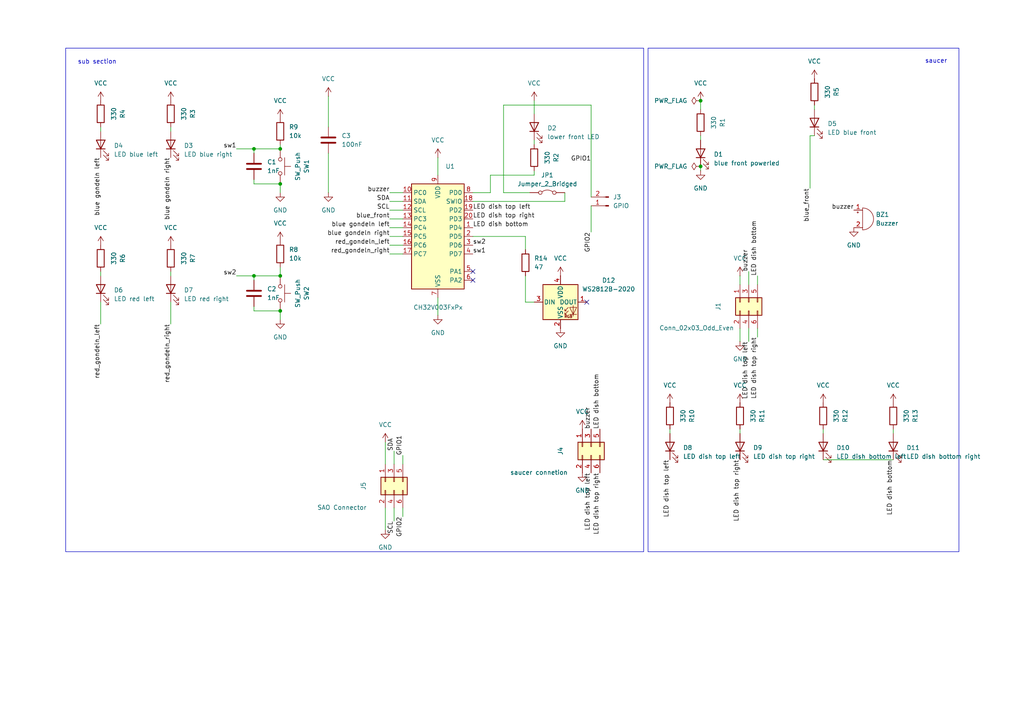
<source format=kicad_sch>
(kicad_sch (version 20231120) (generator "eeschema") (generator_version "8.0")
  (paper "A4")
  (lib_symbols
    (symbol "Connector:Conn_01x02_Pin" (pin_names (offset 1.016) hide)
      (property "Reference" "J" (at 0 2.54 0))
      (property "Value" "Conn_01x02_Pin" (at 0 -5.08 0))
      (symbol "Conn_01x02_Pin_1_1"
        (polyline (pts (xy 1.27 -2.54) (xy 0.8636 -2.54)) (stroke (width 0.1524)))
        (polyline (pts (xy 1.27 0) (xy 0.8636 0)) (stroke (width 0.1524)))
        (rectangle (start 0.8636 -2.413) (end 0 -2.667) (stroke (width 0.1524)) (fill (type outline)))
        (rectangle (start 0.8636 0.127) (end 0 -0.127) (stroke (width 0.1524)) (fill (type outline)))
        (pin passive line (at 5.08 0 180) (length 3.81) (name "Pin_1") (number "1"))
        (pin passive line (at 5.08 -2.54 180) (length 3.81) (name "Pin_2") (number "2"))
      )
    )
    (symbol "Connector_Generic:Conn_02x03_Odd_Even" (pin_names (offset 1.016) hide)
      (property "Reference" "J" (at 1.27 5.08 0))
      (property "Value" "Conn_02x03_Odd_Even" (at 1.27 -5.08 0))
      (symbol "Conn_02x03_Odd_Even_1_1"
        (rectangle (start -1.27 -2.413) (end 0 -2.667) (stroke (width 0.1524)))
        (rectangle (start -1.27 0.127) (end 0 -0.127) (stroke (width 0.1524)))
        (rectangle (start -1.27 2.667) (end 0 2.413) (stroke (width 0.1524)))
        (rectangle (start -1.27 3.81) (end 3.81 -3.81) (stroke (width 0.254)) (fill (type background)))
        (rectangle (start 3.81 -2.413) (end 2.54 -2.667) (stroke (width 0.1524)))
        (rectangle (start 3.81 0.127) (end 2.54 -0.127) (stroke (width 0.1524)))
        (rectangle (start 3.81 2.667) (end 2.54 2.413) (stroke (width 0.1524)))
        (pin passive line (at -5.08 2.54 0) (length 3.81) (name "Pin_1") (number "1"))
        (pin passive line (at 7.62 2.54 180) (length 3.81) (name "Pin_2") (number "2"))
        (pin passive line (at -5.08 0 0) (length 3.81) (name "Pin_3") (number "3"))
        (pin passive line (at 7.62 0 180) (length 3.81) (name "Pin_4") (number "4"))
        (pin passive line (at -5.08 -2.54 0) (length 3.81) (name "Pin_5") (number "5"))
        (pin passive line (at 7.62 -2.54 180) (length 3.81) (name "Pin_6") (number "6"))
      )
    )
    (symbol "Device:Buzzer" (pin_names (offset 0.0254) hide)
      (property "Reference" "BZ" (at 3.81 1.27 0))
      (property "Value" "Buzzer" (at 3.81 -1.27 0))
      (symbol "Buzzer_0_1"
        (arc (start 0 -3.175) (mid 3.1612 0) (end 0 3.175))
        (polyline (pts (xy -1.651 1.905) (xy -1.143 1.905)))
        (polyline (pts (xy -1.397 2.159) (xy -1.397 1.651)))
        (polyline (pts (xy 0 3.175) (xy 0 -3.175)))
      )
      (symbol "Buzzer_1_1"
        (pin passive line (at -2.54 2.54 0) (length 2.54) (name "+") (number "1"))
        (pin passive line (at -2.54 -2.54 0) (length 2.54) (name "-") (number "2"))
      )
    )
    (symbol "Device:C" (pin_numbers hide) (pin_names (offset 0.254))
      (property "Reference" "C" (at 0.635 2.54 0))
      (property "Value" "C" (at 0.635 -2.54 0))
      (symbol "C_0_1"
        (polyline (pts (xy -2.032 -0.762) (xy 2.032 -0.762)) (stroke (width 0.508)))
        (polyline (pts (xy -2.032 0.762) (xy 2.032 0.762)) (stroke (width 0.508)))
      )
      (symbol "C_1_1"
        (pin passive line (at 0 3.81 270) (length 2.794) (name "~") (number "1"))
        (pin passive line (at 0 -3.81 90) (length 2.794) (name "~") (number "2"))
      )
    )
    (symbol "Device:LED" (pin_numbers hide) (pin_names (offset 1.016) hide)
      (property "Reference" "D" (at 0 2.54 0))
      (property "Value" "LED" (at 0 -2.54 0))
      (symbol "LED_0_1"
        (polyline (pts (xy -1.27 -1.27) (xy -1.27 1.27)) (stroke (width 0.254)))
        (polyline (pts (xy -1.27 0) (xy 1.27 0)))
        (polyline (pts (xy 1.27 -1.27) (xy 1.27 1.27) (xy -1.27 0) (xy 1.27 -1.27)) (stroke (width 0.254)))
        (polyline (pts (xy -3.048 -0.762) (xy -4.572 -2.286) (xy -3.81 -2.286) (xy -4.572 -2.286) (xy -4.572 -1.524)))
        (polyline (pts (xy -1.778 -0.762) (xy -3.302 -2.286) (xy -2.54 -2.286) (xy -3.302 -2.286) (xy -3.302 -1.524)))
      )
      (symbol "LED_1_1"
        (pin passive line (at -3.81 0 0) (length 2.54) (name "K") (number "1"))
        (pin passive line (at 3.81 0 180) (length 2.54) (name "A") (number "2"))
      )
    )
    (symbol "Device:R" (pin_numbers hide) (pin_names (offset 0))
      (property "Reference" "R" (at 2.032 0 90))
      (property "Value" "R" (at 0 0 90))
      (symbol "R_0_1"
        (rectangle (start -1.016 -2.54) (end 1.016 2.54) (stroke (width 0.254)))
      )
      (symbol "R_1_1"
        (pin passive line (at 0 3.81 270) (length 1.27) (name "~") (number "1"))
        (pin passive line (at 0 -3.81 90) (length 1.27) (name "~") (number "2"))
      )
    )
    (symbol "Jumper:Jumper_2_Bridged" (pin_numbers hide) (pin_names (offset 0) hide) (exclude_from_sim yes)
      (property "Reference" "JP" (at 0 1.905 0))
      (property "Value" "Jumper_2_Bridged" (at 0 -2.54 0))
      (symbol "Jumper_2_Bridged_0_0"
        (circle (center -2.032 0) (radius 0.508))
        (circle (center 2.032 0) (radius 0.508))
      )
      (symbol "Jumper_2_Bridged_0_1"
        (arc (start 1.524 0.254) (mid 0 0.762) (end -1.524 0.254))
      )
      (symbol "Jumper_2_Bridged_1_1"
        (pin passive line (at -5.08 0 0) (length 2.54) (name "A") (number "1"))
        (pin passive line (at 5.08 0 180) (length 2.54) (name "B") (number "2"))
      )
    )
    (symbol "LED:WS2812B-2020" (pin_names (offset 0.254))
      (property "Reference" "D" (at 5.08 5.715 0))
      (property "Value" "WS2812B-2020" (at 1.27 -5.715 0))
      (symbol "WS2812B-2020_0_0"
        (text "RGB" (at 2.286 -4.191 0) (effects (font (size 0.762 0.762))))
      )
      (symbol "WS2812B-2020_0_1"
        (polyline (pts (xy 1.27 -3.556) (xy 1.778 -3.556)))
        (polyline (pts (xy 1.27 -2.54) (xy 1.778 -2.54)))
        (polyline (pts (xy 4.699 -3.556) (xy 2.667 -3.556)))
        (polyline (pts (xy 2.286 -2.54) (xy 1.27 -3.556) (xy 1.27 -3.048)))
        (polyline (pts (xy 2.286 -1.524) (xy 1.27 -2.54) (xy 1.27 -2.032)))
        (polyline (pts (xy 3.683 -1.016) (xy 3.683 -3.556) (xy 3.683 -4.064)))
        (polyline (pts (xy 4.699 -1.524) (xy 2.667 -1.524) (xy 3.683 -3.556) (xy 4.699 -1.524)))
        (rectangle (start 5.08 5.08) (end -5.08 -5.08) (stroke (width 0.254)) (fill (type background)))
      )
      (symbol "WS2812B-2020_1_1"
        (pin output line (at 7.62 0 180) (length 2.54) (name "DOUT") (number "1"))
        (pin power_in line (at 0 -7.62 90) (length 2.54) (name "VSS") (number "2"))
        (pin input line (at -7.62 0 0) (length 2.54) (name "DIN") (number "3"))
        (pin power_in line (at 0 7.62 270) (length 2.54) (name "VDD") (number "4"))
      )
    )
    (symbol "MCU_WCH_CH32V0:CH32V003FxPx"
      (property "Reference" "U" (at -7.62 17.78 0))
      (property "Value" "CH32V003FxPx" (at 7.62 17.78 0))
      (symbol "CH32V003FxPx_1_1"
        (rectangle (start -7.62 15.24) (end 7.62 -15.24) (stroke (width 0.254)) (fill (type background)))
        (pin bidirectional line (at 10.16 2.54 180) (length 2.54) (name "PD4") (number "1"))
        (pin bidirectional line (at -10.16 12.7 0) (length 2.54) (name "PC0") (number "10"))
        (pin bidirectional line (at -10.16 10.16 0) (length 2.54) (name "PC1") (number "11") (alternate "SDA" bidirectional line))
        (pin bidirectional line (at -10.16 7.62 0) (length 2.54) (name "PC2") (number "12") (alternate "SCL" bidirectional line))
        (pin bidirectional line (at -10.16 5.08 0) (length 2.54) (name "PC3") (number "13"))
        (pin bidirectional line (at -10.16 2.54 0) (length 2.54) (name "PC4") (number "14"))
        (pin bidirectional line (at -10.16 0 0) (length 2.54) (name "PC5") (number "15"))
        (pin bidirectional line (at -10.16 -2.54 0) (length 2.54) (name "PC6") (number "16"))
        (pin bidirectional line (at -10.16 -5.08 0) (length 2.54) (name "PC7") (number "17"))
        (pin bidirectional line (at 10.16 10.16 180) (length 2.54) (name "PD1") (number "18") (alternate "SWIO" bidirectional line))
        (pin bidirectional line (at 10.16 7.62 180) (length 2.54) (name "PD2") (number "19"))
        (pin bidirectional line (at 10.16 0 180) (length 2.54) (name "PD5") (number "2"))
        (pin bidirectional line (at 10.16 5.08 180) (length 2.54) (name "PD3") (number "20"))
        (pin bidirectional line (at 10.16 -2.54 180) (length 2.54) (name "PD6") (number "3"))
        (pin bidirectional line (at 10.16 -5.08 180) (length 2.54) (name "PD7") (number "4"))
        (pin bidirectional line (at 10.16 -10.16 180) (length 2.54) (name "PA1") (number "5"))
        (pin bidirectional line (at 10.16 -12.7 180) (length 2.54) (name "PA2") (number "6"))
        (pin power_in line (at 0 -17.78 90) (length 2.54) (name "VSS") (number "7"))
        (pin bidirectional line (at 10.16 12.7 180) (length 2.54) (name "PD0") (number "8"))
        (pin power_in line (at 0 17.78 270) (length 2.54) (name "VDD") (number "9"))
      )
    )
    (symbol "Switch:SW_Push" (pin_numbers hide) (pin_names (offset 1.016) hide)
      (property "Reference" "SW" (at 1.27 2.54 0))
      (property "Value" "SW_Push" (at 0 -1.524 0))
      (symbol "SW_Push_0_1"
        (circle (center -2.032 0) (radius 0.508))
        (polyline (pts (xy 0 1.27) (xy 0 3.048)))
        (polyline (pts (xy 2.54 1.27) (xy -2.54 1.27)))
        (circle (center 2.032 0) (radius 0.508))
        (pin passive line (at -5.08 0 0) (length 2.54) (name "1") (number "1"))
        (pin passive line (at 5.08 0 180) (length 2.54) (name "2") (number "2"))
      )
    )
    (symbol "power:GND" (power) (pin_numbers hide) (pin_names (offset 0) hide)
      (property "Value" "GND" (at 0 -3.81 0))
      (symbol "GND_0_1"
        (polyline (pts (xy 0 0) (xy 0 -1.27) (xy 1.27 -1.27) (xy 0 -2.54) (xy -1.27 -1.27) (xy 0 -1.27)))
      )
      (symbol "GND_1_1"
        (pin power_in line (at 0 0 270) (length 0) (name "~") (number "1"))
      )
    )
    (symbol "power:PWR_FLAG" (power) (pin_numbers hide) (pin_names (offset 0) hide)
      (property "Value" "PWR_FLAG" (at 0 3.81 0))
      (symbol "PWR_FLAG_0_0"
        (pin power_out line (at 0 0 90) (length 0) (name "~") (number "1"))
      )
      (symbol "PWR_FLAG_0_1"
        (polyline (pts (xy 0 0) (xy 0 1.27) (xy -1.016 1.905) (xy 0 2.54) (xy 1.016 1.905) (xy 0 1.27)))
      )
    )
    (symbol "power:VCC" (power) (pin_numbers hide) (pin_names (offset 0) hide)
      (property "Value" "VCC" (at 0 3.556 0))
      (symbol "VCC_0_1"
        (polyline (pts (xy -0.762 1.27) (xy 0 2.54)))
        (polyline (pts (xy 0 0) (xy 0 2.54)))
        (polyline (pts (xy 0 2.54) (xy 0.762 1.27)))
      )
      (symbol "VCC_1_1"
        (pin power_in line (at 0 0 90) (length 0) (name "~") (number "1"))
      )
    )
  )
  (junction (at 81.28 43.18))
  (junction (at 203.2 48.26))
  (junction (at 81.28 90.17))
  (junction (at 73.66 80.01))
  (junction (at 81.28 80.01))
  (junction (at 81.28 53.34))
  (junction (at 73.66 43.18))
  (junction (at 203.2 29.21))
  (no_connect (at 137.16 78.74))
  (no_connect (at 137.16 81.28))
  (no_connect (at 170.18 87.63))
  (wire (pts (xy 81.28 41.91) (xy 81.28 43.18)))
  (wire (pts (xy 113.03 55.88) (xy 116.84 55.88)))
  (wire (pts (xy 203.2 29.21) (xy 203.2 31.75)))
  (wire (pts (xy 73.66 88.9) (xy 73.66 90.17)))
  (wire (pts (xy 73.66 80.01) (xy 81.28 80.01)))
  (wire (pts (xy 214.63 80.01) (xy 214.63 82.55)))
  (wire (pts (xy 29.21 93.98) (xy 29.21 87.63)))
  (wire (pts (xy 49.53 93.98) (xy 49.53 87.63)))
  (wire (pts (xy 236.22 39.37) (xy 234.95 39.37)))
  (wire (pts (xy 114.3 151.13) (xy 114.3 147.32)))
  (wire (pts (xy 137.16 58.42) (xy 163.83 58.42)))
  (wire (pts (xy 238.76 133.35) (xy 259.08 133.35)))
  (wire (pts (xy 95.25 44.45) (xy 95.25 55.88)))
  (wire (pts (xy 116.84 149.86) (xy 116.84 147.32)))
  (wire (pts (xy 219.71 97.79) (xy 219.71 95.25)))
  (wire (pts (xy 154.94 29.21) (xy 154.94 33.02)))
  (wire (pts (xy 142.24 50.8) (xy 142.24 55.88)))
  (wire (pts (xy 238.76 124.46) (xy 238.76 125.73)))
  (wire (pts (xy 137.16 68.58) (xy 152.4 68.58)))
  (wire (pts (xy 171.45 30.48) (xy 146.05 30.48)))
  (wire (pts (xy 154.94 50.8) (xy 142.24 50.8)))
  (wire (pts (xy 68.58 80.01) (xy 73.66 80.01)))
  (wire (pts (xy 73.66 53.34) (xy 81.28 53.34)))
  (wire (pts (xy 29.21 78.74) (xy 29.21 80.01)))
  (wire (pts (xy 113.03 63.5) (xy 116.84 63.5)))
  (wire (pts (xy 217.17 99.06) (xy 217.17 95.25)))
  (wire (pts (xy 146.05 55.88) (xy 153.67 55.88)))
  (wire (pts (xy 113.03 60.96) (xy 116.84 60.96)))
  (wire (pts (xy 146.05 30.48) (xy 146.05 55.88)))
  (wire (pts (xy 163.83 58.42) (xy 163.83 55.88)))
  (wire (pts (xy 259.08 124.46) (xy 259.08 125.73)))
  (wire (pts (xy 219.71 80.01) (xy 219.71 82.55)))
  (wire (pts (xy 29.21 36.83) (xy 29.21 38.1)))
  (wire (pts (xy 49.53 78.74) (xy 49.53 80.01)))
  (wire (pts (xy 113.03 73.66) (xy 116.84 73.66)))
  (wire (pts (xy 73.66 52.07) (xy 73.66 53.34)))
  (wire (pts (xy 171.45 59.69) (xy 171.45 67.31)))
  (wire (pts (xy 111.76 147.32) (xy 111.76 153.67)))
  (wire (pts (xy 152.4 80.01) (xy 152.4 87.63)))
  (wire (pts (xy 113.03 58.42) (xy 116.84 58.42)))
  (wire (pts (xy 73.66 43.18) (xy 81.28 43.18)))
  (wire (pts (xy 81.28 77.47) (xy 81.28 80.01)))
  (wire (pts (xy 217.17 78.74) (xy 217.17 82.55)))
  (wire (pts (xy 73.66 81.28) (xy 73.66 80.01)))
  (wire (pts (xy 73.66 90.17) (xy 81.28 90.17)))
  (wire (pts (xy 113.03 71.12) (xy 116.84 71.12)))
  (wire (pts (xy 203.2 39.37) (xy 203.2 40.64)))
  (wire (pts (xy 234.95 39.37) (xy 234.95 54.61)))
  (wire (pts (xy 127 45.72) (xy 127 50.8)))
  (wire (pts (xy 142.24 55.88) (xy 137.16 55.88)))
  (wire (pts (xy 81.28 55.88) (xy 81.28 53.34)))
  (wire (pts (xy 68.58 43.18) (xy 73.66 43.18)))
  (wire (pts (xy 236.22 30.48) (xy 236.22 31.75)))
  (wire (pts (xy 214.63 124.46) (xy 214.63 125.73)))
  (wire (pts (xy 154.94 50.8) (xy 154.94 49.53)))
  (wire (pts (xy 152.4 87.63) (xy 154.94 87.63)))
  (wire (pts (xy 194.31 124.46) (xy 194.31 125.73)))
  (wire (pts (xy 113.03 68.58) (xy 116.84 68.58)))
  (wire (pts (xy 203.2 49.53) (xy 203.2 48.26)))
  (wire (pts (xy 116.84 132.08) (xy 116.84 134.62)))
  (wire (pts (xy 81.28 92.71) (xy 81.28 90.17)))
  (wire (pts (xy 127 91.44) (xy 127 86.36)))
  (wire (pts (xy 73.66 44.45) (xy 73.66 43.18)))
  (wire (pts (xy 154.94 40.64) (xy 154.94 41.91)))
  (wire (pts (xy 152.4 72.39) (xy 152.4 68.58)))
  (wire (pts (xy 214.63 95.25) (xy 214.63 99.06)))
  (wire (pts (xy 49.53 36.83) (xy 49.53 38.1)))
  (wire (pts (xy 113.03 66.04) (xy 116.84 66.04)))
  (wire (pts (xy 114.3 130.81) (xy 114.3 134.62)))
  (wire (pts (xy 95.25 27.94) (xy 95.25 36.83)))
  (wire (pts (xy 171.45 30.48) (xy 171.45 57.15)))
  (wire (pts (xy 111.76 128.27) (xy 111.76 134.62)))
  (rectangle (start 19.05 13.97) (end 186.69 160.02))
  (rectangle (start 187.96 13.97) (end 278.13 160.02))
  (text "saucer" (at 271.526 17.78 0) (effects (font (size 1.27 1.27))))
  (text "sub section" (at 28.194 18.034 0) (effects (font (size 1.27 1.27))))
  (label "sw1" (at 68.58 43.18 180))
  (label "LED dish bottom" (at 137.16 66.04 0))
  (label "buzzer" (at 171.45 124.46 90))
  (label "sw2" (at 137.16 71.12 0))
  (label "blue_front" (at 234.95 54.61 270))
  (label "buzzer" (at 247.65 60.96 180))
  (label "sw2" (at 68.58 80.01 180))
  (label "LED dish bottom" (at 259.08 133.35 270))
  (label "red_gondeln_left" (at 113.03 71.12 180))
  (label "LED dish top left" (at 217.17 99.06 270))
  (label "LED dish top left" (at 194.31 133.35 270))
  (label "buzzer" (at 113.03 55.88 180))
  (label "blue gondeln right" (at 49.53 45.72 270))
  (label "GPIO2" (at 171.45 67.31 270))
  (label "LED dish top right" (at 137.16 63.5 0))
  (label "LED dish bottom" (at 173.99 124.46 90))
  (label "SCL" (at 114.3 151.13 270))
  (label "LED dish bottom" (at 219.71 80.01 90))
  (label "SDA" (at 113.03 58.42 180))
  (label "GPIO2" (at 116.84 149.86 270))
  (label "LED dish top right" (at 219.71 97.79 270))
  (label "blue gondeln left" (at 29.21 45.72 270))
  (label "blue gondeln left" (at 113.03 66.04 180))
  (label "sw1" (at 137.16 73.66 0))
  (label "LED dish top right" (at 173.99 137.16 270))
  (label "buzzer" (at 217.17 78.74 90))
  (label "SCL" (at 113.03 60.96 180))
  (label "LED dish top left" (at 137.16 60.96 0))
  (label "GPIO1" (at 116.84 132.08 90))
  (label "red_gondeln_right" (at 113.03 73.66 180))
  (label "red_gondeln_right" (at 49.53 93.98 270))
  (label "LED dish top right" (at 214.63 133.35 270))
  (label "red_gondeln_left" (at 29.21 93.98 270))
  (label "LED dish top left" (at 171.45 137.16 270))
  (label "blue_front" (at 113.03 63.5 180))
  (label "GPIO1" (at 171.45 46.99 180))
  (label "blue gondeln right" (at 113.03 68.58 180))
  (label "SDA" (at 114.3 130.81 90))
  (symbol (lib_id "Connector_Generic:Conn_02x03_Odd_Even") (at 217.17 87.63 90) (mirror x) (unit 1)
    (property "Reference" "J1" (at 208.28 88.9 0))
    (property "Value" "Conn_02x03_Odd_Even" (at 202.057 95.123 90))
    (property "Footprint" "Connector_PinHeader_2.54mm:PinHeader_2x03_P2.54mm_Vertical" (effects (hide yes)))
    (property "Description" "Generic connector, double row, 02x03, odd/even pin numbering scheme (row 1 odd numbers, row 2 even numbers), script generated (kicad-library-utils/schlib/autogen/connector/)" (effects (hide yes)))
  )
  (symbol (lib_id "power:VCC") (at 154.94 29.21 0) (unit 1)
    (property "Reference" "#PWR07" (effects (hide yes)))
    (property "Value" "VCC" (at 154.94 24.13 0))
    (property "Description" "Power symbol creates a global label with name \"VCC\"" (effects (hide yes)))
  )
  (symbol (lib_id "Device:LED") (at 259.08 129.54 90) (unit 1)
    (property "Reference" "D11" (at 262.89 129.8574 90) (effects (justify right)))
    (property "Value" "LED dish bottom right" (at 262.89 132.3974 90) (effects (justify right)))
    (property "Footprint" "LED_SMD:LED_0603_1608Metric_Pad1.05x0.95mm_HandSolder" (effects (hide yes)))
    (property "Description" "Light emitting diode" (effects (hide yes)))
  )
  (symbol (lib_id "Device:R") (at 154.94 45.72 0) (unit 1)
    (property "Reference" "R2" (at 161.29 45.72 90))
    (property "Value" "330" (at 158.75 45.72 90))
    (property "Footprint" "Resistor_SMD:R_0603_1608Metric_Pad0.98x0.95mm_HandSolder" (effects (hide yes)))
    (property "Description" "Resistor" (effects (hide yes)))
  )
  (symbol (lib_id "power:GND") (at 81.28 55.88 0) (unit 1)
    (property "Reference" "#PWR019" (effects (hide yes)))
    (property "Value" "GND" (at 81.28 60.96 0))
    (property "Description" "Power symbol creates a global label with name \"GND\" , ground" (effects (hide yes)))
  )
  (symbol (lib_id "power:PWR_FLAG") (at 203.2 48.26 90) (unit 1)
    (property "Reference" "#FLG02" (effects (hide yes)))
    (property "Value" "PWR_FLAG" (at 199.39 48.2599 90) (effects (justify left)))
    (property "Description" "Special symbol for telling ERC where power comes from" (effects (hide yes)))
  )
  (symbol (lib_id "Device:LED") (at 49.53 41.91 90) (unit 1)
    (property "Reference" "D3" (at 53.34 42.2274 90) (effects (justify right)))
    (property "Value" "LED blue right" (at 53.34 44.7674 90) (effects (justify right)))
    (property "Footprint" "LED_SMD:LED_0603_1608Metric_Pad1.05x0.95mm_HandSolder" (effects (hide yes)))
    (property "Description" "Light emitting diode" (effects (hide yes)))
  )
  (symbol (lib_id "Device:Buzzer") (at 250.19 63.5 0) (unit 1)
    (property "Reference" "BZ1" (at 254 62.2299 0) (effects (justify left)))
    (property "Value" "Buzzer" (at 254 64.7699 0) (effects (justify left)))
    (property "Footprint" "Buzzer_Beeper:Buzzer_12x9.5RM7.6" (effects (hide yes)))
    (property "Description" "Buzzer, polarized" (effects (hide yes)))
  )
  (symbol (lib_id "Device:R") (at 152.4 76.2 0) (unit 1)
    (property "Reference" "R14" (at 154.94 74.9299 0) (effects (justify left)))
    (property "Value" "47" (at 154.94 77.4699 0) (effects (justify left)))
    (property "Footprint" "Resistor_SMD:R_0603_1608Metric_Pad0.98x0.95mm_HandSolder" (effects (hide yes)))
    (property "Description" "Resistor" (effects (hide yes)))
  )
  (symbol (lib_id "Device:LED") (at 203.2 44.45 90) (unit 1)
    (property "Reference" "D1" (at 207.01 44.7674 90) (effects (justify right)))
    (property "Value" "blue front powerled" (at 207.01 47.3074 90) (effects (justify right)))
    (property "Footprint" "LED_SMD:LED_0603_1608Metric_Pad1.05x0.95mm_HandSolder" (effects (hide yes)))
    (property "Description" "Light emitting diode" (effects (hide yes)))
  )
  (symbol (lib_id "Device:R") (at 49.53 33.02 0) (unit 1)
    (property "Reference" "R3" (at 55.88 33.02 90))
    (property "Value" "330" (at 53.34 33.02 90))
    (property "Footprint" "Resistor_SMD:R_0603_1608Metric_Pad0.98x0.95mm_HandSolder" (effects (hide yes)))
    (property "Description" "Resistor" (effects (hide yes)))
  )
  (symbol (lib_id "power:GND") (at 214.63 99.06 0) (mirror y) (unit 1)
    (property "Reference" "#PWR02" (effects (hide yes)))
    (property "Value" "GND" (at 214.63 104.14 0))
    (property "Description" "Power symbol creates a global label with name \"GND\" , ground" (effects (hide yes)))
  )
  (symbol (lib_id "power:GND") (at 168.91 137.16 0) (mirror y) (unit 1)
    (property "Reference" "#PWR08" (effects (hide yes)))
    (property "Value" "GND" (at 168.91 142.24 0))
    (property "Description" "Power symbol creates a global label with name \"GND\" , ground" (effects (hide yes)))
  )
  (symbol (lib_id "power:GND") (at 203.2 49.53 0) (unit 1)
    (property "Reference" "#PWR01" (effects (hide yes)))
    (property "Value" "GND" (at 203.2 54.61 0))
    (property "Description" "Power symbol creates a global label with name \"GND\" , ground" (effects (hide yes)))
  )
  (symbol (lib_id "power:VCC") (at 81.28 34.29 0) (unit 1)
    (property "Reference" "#PWR021" (effects (hide yes)))
    (property "Value" "VCC" (at 81.28 29.21 0))
    (property "Description" "Power symbol creates a global label with name \"VCC\"" (effects (hide yes)))
  )
  (symbol (lib_id "power:GND") (at 247.65 66.04 0) (unit 1)
    (property "Reference" "#PWR017" (effects (hide yes)))
    (property "Value" "GND" (at 247.65 71.12 0))
    (property "Description" "Power symbol creates a global label with name \"GND\" , ground" (effects (hide yes)))
  )
  (symbol (lib_id "Device:R") (at 81.28 73.66 0) (unit 1)
    (property "Reference" "R8" (at 83.82 72.3899 0) (effects (justify left)))
    (property "Value" "10k" (at 83.82 74.9299 0) (effects (justify left)))
    (property "Footprint" "Resistor_SMD:R_0603_1608Metric_Pad0.98x0.95mm_HandSolder" (effects (hide yes)))
    (property "Description" "Resistor" (effects (hide yes)))
  )
  (symbol (lib_id "Device:R") (at 29.21 74.93 0) (unit 1)
    (property "Reference" "R6" (at 35.56 74.93 90))
    (property "Value" "330" (at 33.02 74.93 90))
    (property "Footprint" "Resistor_SMD:R_0603_1608Metric_Pad0.98x0.95mm_HandSolder" (effects (hide yes)))
    (property "Description" "Resistor" (effects (hide yes)))
  )
  (symbol (lib_id "power:VCC") (at 81.28 69.85 0) (unit 1)
    (property "Reference" "#PWR020" (effects (hide yes)))
    (property "Value" "VCC" (at 81.28 64.77 0))
    (property "Description" "Power symbol creates a global label with name \"VCC\"" (effects (hide yes)))
  )
  (symbol (lib_id "power:VCC") (at 29.21 29.21 0) (unit 1)
    (property "Reference" "#PWR014" (effects (hide yes)))
    (property "Value" "VCC" (at 29.21 24.13 0))
    (property "Description" "Power symbol creates a global label with name \"VCC\"" (effects (hide yes)))
  )
  (symbol (lib_id "Device:LED") (at 154.94 36.83 90) (unit 1)
    (property "Reference" "D2" (at 158.75 37.1474 90) (effects (justify right)))
    (property "Value" "lower front LED" (at 158.75 39.6874 90) (effects (justify right)))
    (property "Footprint" "LED_SMD:LED_0603_1608Metric_Pad1.05x0.95mm_HandSolder" (effects (hide yes)))
    (property "Description" "Light emitting diode" (effects (hide yes)))
  )
  (symbol (lib_id "Device:R") (at 29.21 33.02 0) (unit 1)
    (property "Reference" "R4" (at 35.56 33.02 90))
    (property "Value" "330" (at 33.02 33.02 90))
    (property "Footprint" "Resistor_SMD:R_0603_1608Metric_Pad0.98x0.95mm_HandSolder" (effects (hide yes)))
    (property "Description" "Resistor" (effects (hide yes)))
  )
  (symbol (lib_id "power:VCC") (at 259.08 116.84 0) (unit 1)
    (property "Reference" "#PWR025" (effects (hide yes)))
    (property "Value" "VCC" (at 259.08 111.76 0))
    (property "Description" "Power symbol creates a global label with name \"VCC\"" (effects (hide yes)))
  )
  (symbol (lib_id "Connector_Generic:Conn_02x03_Odd_Even") (at 114.3 139.7 90) (mirror x) (unit 1)
    (property "Reference" "J5" (at 105.41 140.97 0))
    (property "Value" "SAO Connector" (at 99.187 147.193 90))
    (property "Footprint" "Connector_PinHeader_2.54mm:PinHeader_2x03_P2.54mm_Vertical" (effects (hide yes)))
    (property "Description" "Generic connector, double row, 02x03, odd/even pin numbering scheme (row 1 odd numbers, row 2 even numbers), script generated (kicad-library-utils/schlib/autogen/connector/)" (effects (hide yes)))
  )
  (symbol (lib_id "Device:C") (at 73.66 48.26 0) (unit 1)
    (property "Reference" "C1" (at 77.47 46.9899 0) (effects (justify left)))
    (property "Value" "1nF" (at 77.47 49.5299 0) (effects (justify left)))
    (property "Footprint" "Capacitor_SMD:C_0603_1608Metric_Pad1.08x0.95mm_HandSolder" (effects (hide yes)))
    (property "Description" "Unpolarized capacitor" (effects (hide yes)))
  )
  (symbol (lib_id "power:GND") (at 95.25 55.88 0) (unit 1)
    (property "Reference" "#PWR026" (effects (hide yes)))
    (property "Value" "GND" (at 95.25 60.96 0))
    (property "Description" "Power symbol creates a global label with name \"GND\" , ground" (effects (hide yes)))
  )
  (symbol (lib_id "Device:R") (at 236.22 26.67 0) (unit 1)
    (property "Reference" "R5" (at 242.57 26.67 90))
    (property "Value" "330" (at 240.03 26.67 90))
    (property "Footprint" "Resistor_SMD:R_0603_1608Metric_Pad0.98x0.95mm_HandSolder" (effects (hide yes)))
    (property "Description" "Resistor" (effects (hide yes)))
  )
  (symbol (lib_id "Device:R") (at 203.2 35.56 0) (unit 1)
    (property "Reference" "R1" (at 209.55 35.56 90))
    (property "Value" "330" (at 207.01 35.56 90))
    (property "Footprint" "Resistor_SMD:R_0603_1608Metric_Pad0.98x0.95mm_HandSolder" (effects (hide yes)))
    (property "Description" "Resistor" (effects (hide yes)))
  )
  (symbol (lib_id "LED:WS2812B-2020") (at 162.56 87.63 0) (unit 1)
    (property "Reference" "D12" (at 176.53 81.3114 0))
    (property "Value" "WS2812B-2020" (at 176.53 83.8514 0))
    (property "Footprint" "LED_SMD:LED_WS2812B-2020_PLCC4_2.0x2.0mm" (effects (hide yes)))
    (property "Datasheet" "https://cdn-shop.adafruit.com/product-files/4684/4684_WS2812B-2020_V1.3_EN.pdf" (effects (hide yes)))
    (property "Description" "RGB LED with integrated controller, 2.0 x 2.0 mm, 12 mA" (effects (hide yes)))
  )
  (symbol (lib_id "power:VCC") (at 95.25 27.94 0) (unit 1)
    (property "Reference" "#PWR027" (effects (hide yes)))
    (property "Value" "VCC" (at 95.25 22.86 0))
    (property "Description" "Power symbol creates a global label with name \"VCC\"" (effects (hide yes)))
  )
  (symbol (lib_id "Device:R") (at 49.53 74.93 0) (unit 1)
    (property "Reference" "R7" (at 55.88 74.93 90))
    (property "Value" "330" (at 53.34 74.93 90))
    (property "Footprint" "Resistor_SMD:R_0603_1608Metric_Pad0.98x0.95mm_HandSolder" (effects (hide yes)))
    (property "Description" "Resistor" (effects (hide yes)))
  )
  (symbol (lib_id "power:VCC") (at 111.76 128.27 0) (unit 1)
    (property "Reference" "#PWR010" (effects (hide yes)))
    (property "Value" "VCC" (at 111.76 123.19 0))
    (property "Description" "Power symbol creates a global label with name \"VCC\"" (effects (hide yes)))
  )
  (symbol (lib_id "Device:LED") (at 236.22 35.56 90) (unit 1)
    (property "Reference" "D5" (at 240.03 35.8774 90) (effects (justify right)))
    (property "Value" "LED blue front" (at 240.03 38.4174 90) (effects (justify right)))
    (property "Footprint" "LED_SMD:LED_0603_1608Metric_Pad1.05x0.95mm_HandSolder" (effects (hide yes)))
    (property "Description" "Light emitting diode" (effects (hide yes)))
  )
  (symbol (lib_id "Device:LED") (at 29.21 83.82 90) (unit 1)
    (property "Reference" "D6" (at 33.02 84.1374 90) (effects (justify right)))
    (property "Value" "LED red left" (at 33.02 86.6774 90) (effects (justify right)))
    (property "Footprint" "LED_SMD:LED_0603_1608Metric_Pad1.05x0.95mm_HandSolder" (effects (hide yes)))
    (property "Description" "Light emitting diode" (effects (hide yes)))
  )
  (symbol (lib_id "power:VCC") (at 203.2 29.21 0) (unit 1)
    (property "Reference" "#PWR03" (effects (hide yes)))
    (property "Value" "VCC" (at 203.2 24.13 0))
    (property "Description" "Power symbol creates a global label with name \"VCC\"" (effects (hide yes)))
  )
  (symbol (lib_id "power:VCC") (at 214.63 116.84 0) (unit 1)
    (property "Reference" "#PWR023" (effects (hide yes)))
    (property "Value" "VCC" (at 214.63 111.76 0))
    (property "Description" "Power symbol creates a global label with name \"VCC\"" (effects (hide yes)))
  )
  (symbol (lib_id "power:VCC") (at 127 45.72 0) (unit 1)
    (property "Reference" "#PWR06" (effects (hide yes)))
    (property "Value" "VCC" (at 127 40.64 0))
    (property "Description" "Power symbol creates a global label with name \"VCC\"" (effects (hide yes)))
  )
  (symbol (lib_id "power:VCC") (at 236.22 22.86 0) (unit 1)
    (property "Reference" "#PWR016" (effects (hide yes)))
    (property "Value" "VCC" (at 236.22 17.78 0))
    (property "Description" "Power symbol creates a global label with name \"VCC\"" (effects (hide yes)))
  )
  (symbol (lib_id "Device:R") (at 81.28 38.1 0) (unit 1)
    (property "Reference" "R9" (at 83.82 36.8299 0) (effects (justify left)))
    (property "Value" "10k" (at 83.82 39.3699 0) (effects (justify left)))
    (property "Footprint" "Resistor_SMD:R_0603_1608Metric_Pad0.98x0.95mm_HandSolder" (effects (hide yes)))
    (property "Description" "Resistor" (effects (hide yes)))
  )
  (symbol (lib_id "power:GND") (at 81.28 92.71 0) (unit 1)
    (property "Reference" "#PWR018" (effects (hide yes)))
    (property "Value" "GND" (at 81.28 97.79 0))
    (property "Description" "Power symbol creates a global label with name \"GND\" , ground" (effects (hide yes)))
  )
  (symbol (lib_id "Connector:Conn_01x02_Pin") (at 176.53 59.69 180) (unit 1)
    (property "Reference" "J3" (at 177.8 57.1499 0) (effects (justify right)))
    (property "Value" "GPIO" (at 177.8 59.6899 0) (effects (justify right)))
    (property "Footprint" "Jumper:SolderJumper-2_P1.3mm_Open_RoundedPad1.0x1.5mm" (effects (hide yes)))
    (property "Description" "Generic connector, single row, 01x02, script generated" (effects (hide yes)))
  )
  (symbol (lib_id "power:GND") (at 111.76 153.67 0) (mirror y) (unit 1)
    (property "Reference" "#PWR011" (effects (hide yes)))
    (property "Value" "GND" (at 111.76 158.75 0))
    (property "Description" "Power symbol creates a global label with name \"GND\" , ground" (effects (hide yes)))
  )
  (symbol (lib_id "MCU_WCH_CH32V0:CH32V003FxPx") (at 127 68.58 0) (unit 1)
    (property "Reference" "U1" (at 129.1941 48.26 0) (effects (justify left)))
    (property "Value" "CH32V003FxPx" (at 119.888 89.154 0) (effects (justify left)))
    (property "Footprint" "Package_SO:TSSOP-20_4.4x6.5mm_P0.65mm" (effects (hide yes)))
    (property "Datasheet" "https://www.wch-ic.com/products/CH32V003.html" (effects (hide yes)))
    (property "Description" "CH32V003 series are industrial-grade general-purpose microcontrollers designed based on 32-bit RISC-V instruction set and architecture. It adopts QingKe V2A core, RV32EC instruction set, and supports 2 levels of interrupt nesting. The series are mounted with rich peripheral interfaces and function modules. Its internal organizational structure meets the low-cost and low-power embedded application scenarios." (effects (hide yes)))
    (pin "11" (alternate "SDA"))
    (pin "12" (alternate "SCL"))
    (pin "18" (alternate "SWIO"))
  )
  (symbol (lib_id "Jumper:Jumper_2_Bridged") (at 158.75 55.88 0) (unit 1) (exclude_from_sim yes)
    (property "Reference" "JP1" (at 158.75 50.8 0))
    (property "Value" "Jumper_2_Bridged" (at 158.75 53.34 0))
    (property "Footprint" "Jumper:SolderJumper-2_P1.3mm_Bridged_RoundedPad1.0x1.5mm" (effects (hide yes)))
    (property "Description" "Jumper, 2-pole, closed/bridged" (effects (hide yes)))
  )
  (symbol (lib_id "power:VCC") (at 29.21 71.12 0) (unit 1)
    (property "Reference" "#PWR013" (effects (hide yes)))
    (property "Value" "VCC" (at 29.21 66.04 0))
    (property "Description" "Power symbol creates a global label with name \"VCC\"" (effects (hide yes)))
  )
  (symbol (lib_id "power:GND") (at 127 91.44 0) (unit 1)
    (property "Reference" "#PWR05" (effects (hide yes)))
    (property "Value" "GND" (at 127 96.52 0))
    (property "Description" "Power symbol creates a global label with name \"GND\" , ground" (effects (hide yes)))
  )
  (symbol (lib_id "power:VCC") (at 168.91 124.46 0) (unit 1)
    (property "Reference" "#PWR09" (effects (hide yes)))
    (property "Value" "VCC" (at 168.91 119.38 0))
    (property "Description" "Power symbol creates a global label with name \"VCC\"" (effects (hide yes)))
  )
  (symbol (lib_id "Switch:SW_Push") (at 81.28 48.26 270) (unit 1)
    (property "Reference" "SW1" (at 88.9 48.26 0))
    (property "Value" "SW_Push" (at 86.36 48.26 0))
    (property "Footprint" "Button_Switch_SMD:SW_Tactile_SPST_NO_Straight_CK_PTS636Sx25SMTRLFS" (effects (hide yes)))
    (property "Description" "Push button switch, generic, two pins" (effects (hide yes)))
  )
  (symbol (lib_id "power:VCC") (at 49.53 29.21 0) (unit 1)
    (property "Reference" "#PWR012" (effects (hide yes)))
    (property "Value" "VCC" (at 49.53 24.13 0))
    (property "Description" "Power symbol creates a global label with name \"VCC\"" (effects (hide yes)))
  )
  (symbol (lib_id "Device:LED") (at 238.76 129.54 90) (unit 1)
    (property "Reference" "D10" (at 242.57 129.8574 90) (effects (justify right)))
    (property "Value" "LED dish bottom left" (at 242.57 132.3974 90) (effects (justify right)))
    (property "Footprint" "LED_SMD:LED_0603_1608Metric_Pad1.05x0.95mm_HandSolder" (effects (hide yes)))
    (property "Description" "Light emitting diode" (effects (hide yes)))
  )
  (symbol (lib_id "Connector_Generic:Conn_02x03_Odd_Even") (at 171.45 129.54 90) (mirror x) (unit 1)
    (property "Reference" "J4" (at 162.56 130.81 0))
    (property "Value" "saucer connetion" (at 156.337 137.033 90))
    (property "Footprint" "Connector_PinSocket_2.54mm:PinSocket_2x03_P2.54mm_Vertical" (effects (hide yes)))
    (property "Description" "Generic connector, double row, 02x03, odd/even pin numbering scheme (row 1 odd numbers, row 2 even numbers), script generated (kicad-library-utils/schlib/autogen/connector/)" (effects (hide yes)))
  )
  (symbol (lib_id "Device:LED") (at 214.63 129.54 90) (unit 1)
    (property "Reference" "D9" (at 218.44 129.8574 90) (effects (justify right)))
    (property "Value" "LED dish top right" (at 218.44 132.3974 90) (effects (justify right)))
    (property "Footprint" "LED_SMD:LED_0603_1608Metric_Pad1.05x0.95mm_HandSolder" (effects (hide yes)))
    (property "Description" "Light emitting diode" (effects (hide yes)))
  )
  (symbol (lib_id "Device:R") (at 214.63 120.65 0) (unit 1)
    (property "Reference" "R11" (at 220.98 120.65 90))
    (property "Value" "330" (at 218.44 120.65 90))
    (property "Footprint" "Resistor_SMD:R_0603_1608Metric_Pad0.98x0.95mm_HandSolder" (effects (hide yes)))
    (property "Description" "Resistor" (effects (hide yes)))
  )
  (symbol (lib_id "power:GND") (at 162.56 95.25 0) (unit 1)
    (property "Reference" "#PWR029" (effects (hide yes)))
    (property "Value" "GND" (at 162.56 100.33 0))
    (property "Description" "Power symbol creates a global label with name \"GND\" , ground" (effects (hide yes)))
  )
  (symbol (lib_id "power:PWR_FLAG") (at 203.2 29.21 90) (unit 1)
    (property "Reference" "#FLG01" (effects (hide yes)))
    (property "Value" "PWR_FLAG" (at 199.39 29.2099 90) (effects (justify left)))
    (property "Description" "Special symbol for telling ERC where power comes from" (effects (hide yes)))
  )
  (symbol (lib_id "Device:C") (at 73.66 85.09 0) (unit 1)
    (property "Reference" "C2" (at 77.47 83.8199 0) (effects (justify left)))
    (property "Value" "1nF" (at 77.47 86.3599 0) (effects (justify left)))
    (property "Footprint" "Capacitor_SMD:C_0603_1608Metric_Pad1.08x0.95mm_HandSolder" (effects (hide yes)))
    (property "Description" "Unpolarized capacitor" (effects (hide yes)))
  )
  (symbol (lib_id "Device:C") (at 95.25 40.64 0) (unit 1)
    (property "Reference" "C3" (at 99.06 39.3699 0) (effects (justify left)))
    (property "Value" "100nF" (at 99.06 41.9099 0) (effects (justify left)))
    (property "Footprint" "Capacitor_SMD:C_0603_1608Metric_Pad1.08x0.95mm_HandSolder" (effects (hide yes)))
    (property "Description" "Unpolarized capacitor" (effects (hide yes)))
  )
  (symbol (lib_id "Device:R") (at 194.31 120.65 0) (unit 1)
    (property "Reference" "R10" (at 200.66 120.65 90))
    (property "Value" "330" (at 198.12 120.65 90))
    (property "Footprint" "Resistor_SMD:R_0603_1608Metric_Pad0.98x0.95mm_HandSolder" (effects (hide yes)))
    (property "Description" "Resistor" (effects (hide yes)))
  )
  (symbol (lib_id "power:VCC") (at 194.31 116.84 0) (unit 1)
    (property "Reference" "#PWR022" (effects (hide yes)))
    (property "Value" "VCC" (at 194.31 111.76 0))
    (property "Description" "Power symbol creates a global label with name \"VCC\"" (effects (hide yes)))
  )
  (symbol (lib_id "Device:R") (at 259.08 120.65 0) (unit 1)
    (property "Reference" "R13" (at 265.43 120.65 90))
    (property "Value" "330" (at 262.89 120.65 90))
    (property "Footprint" "Resistor_SMD:R_0603_1608Metric_Pad0.98x0.95mm_HandSolder" (effects (hide yes)))
    (property "Description" "Resistor" (effects (hide yes)))
  )
  (symbol (lib_id "Device:LED") (at 49.53 83.82 90) (unit 1)
    (property "Reference" "D7" (at 53.34 84.1374 90) (effects (justify right)))
    (property "Value" "LED red right" (at 53.34 86.6774 90) (effects (justify right)))
    (property "Footprint" "LED_SMD:LED_0603_1608Metric_Pad1.05x0.95mm_HandSolder" (effects (hide yes)))
    (property "Description" "Light emitting diode" (effects (hide yes)))
  )
  (symbol (lib_id "power:VCC") (at 238.76 116.84 0) (unit 1)
    (property "Reference" "#PWR024" (effects (hide yes)))
    (property "Value" "VCC" (at 238.76 111.76 0))
    (property "Description" "Power symbol creates a global label with name \"VCC\"" (effects (hide yes)))
  )
  (symbol (lib_id "Device:LED") (at 194.31 129.54 90) (unit 1)
    (property "Reference" "D8" (at 198.12 129.8574 90) (effects (justify right)))
    (property "Value" "LED dish top left" (at 198.12 132.3974 90) (effects (justify right)))
    (property "Footprint" "LED_SMD:LED_0603_1608Metric_Pad1.05x0.95mm_HandSolder" (effects (hide yes)))
    (property "Description" "Light emitting diode" (effects (hide yes)))
  )
  (symbol (lib_id "Device:LED") (at 29.21 41.91 90) (unit 1)
    (property "Reference" "D4" (at 33.02 42.2274 90) (effects (justify right)))
    (property "Value" "LED blue left" (at 33.02 44.7674 90) (effects (justify right)))
    (property "Footprint" "LED_SMD:LED_0603_1608Metric_Pad1.05x0.95mm_HandSolder" (effects (hide yes)))
    (property "Description" "Light emitting diode" (effects (hide yes)))
  )
  (symbol (lib_id "power:VCC") (at 49.53 71.12 0) (unit 1)
    (property "Reference" "#PWR015" (effects (hide yes)))
    (property "Value" "VCC" (at 49.53 66.04 0))
    (property "Description" "Power symbol creates a global label with name \"VCC\"" (effects (hide yes)))
  )
  (symbol (lib_id "Device:R") (at 238.76 120.65 0) (unit 1)
    (property "Reference" "R12" (at 245.11 120.65 90))
    (property "Value" "330" (at 242.57 120.65 90))
    (property "Footprint" "Resistor_SMD:R_0603_1608Metric_Pad0.98x0.95mm_HandSolder" (effects (hide yes)))
    (property "Description" "Resistor" (effects (hide yes)))
  )
  (symbol (lib_id "power:VCC") (at 214.63 80.01 0) (unit 1)
    (property "Reference" "#PWR04" (effects (hide yes)))
    (property "Value" "VCC" (at 214.63 74.93 0))
    (property "Description" "Power symbol creates a global label with name \"VCC\"" (effects (hide yes)))
  )
  (symbol (lib_id "power:VCC") (at 162.56 80.01 0) (unit 1)
    (property "Reference" "#PWR028" (effects (hide yes)))
    (property "Value" "VCC" (at 162.56 74.93 0))
    (property "Description" "Power symbol creates a global label with name \"VCC\"" (effects (hide yes)))
  )
  (symbol (lib_id "Switch:SW_Push") (at 81.28 85.09 270) (unit 1)
    (property "Reference" "SW2" (at 88.9 85.09 0))
    (property "Value" "SW_Push" (at 86.36 85.09 0))
    (property "Footprint" "Button_Switch_SMD:SW_Tactile_SPST_NO_Straight_CK_PTS636Sx25SMTRLFS" (effects (hide yes)))
    (property "Description" "Push button switch, generic, two pins" (effects (hide yes)))
  )
)
</source>
